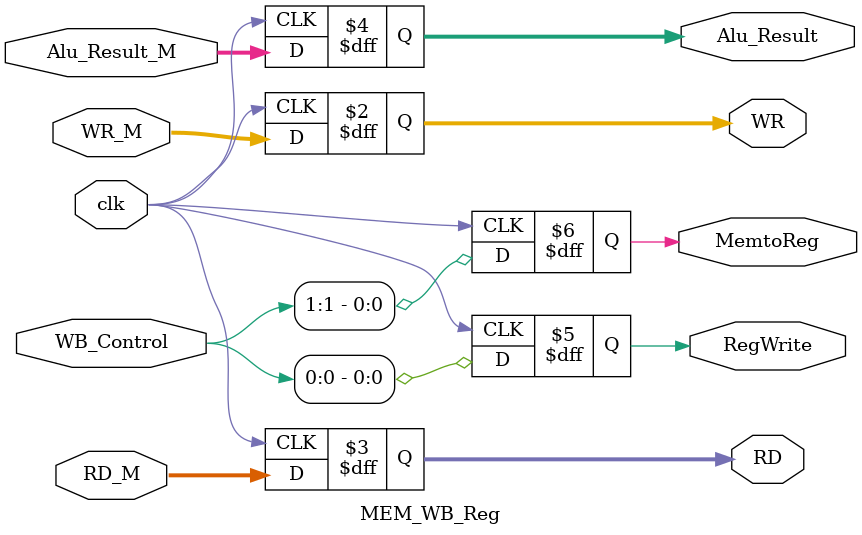
<source format=v>
module MEM_WB_Reg ( RD_M , Alu_Result_M , WR_M , WB_Control , clk , RegWrite , MemtoReg , RD , Alu_Result , WR ) ;

input [4:0] WR_M ;
input [31:0] RD_M , Alu_Result_M ;
input [1:0] WB_Control ;
input clk ;

output reg [4:0] WR ;
output reg [31:0] RD , Alu_Result ;
output reg RegWrite , MemtoReg ;

always @(posedge clk)
begin

RD <= RD_M ;
Alu_Result <= Alu_Result_M ;
WR <= WR_M ;
RegWrite <= WB_Control[0];
MemtoReg <= WB_Control[1];

end


endmodule

</source>
